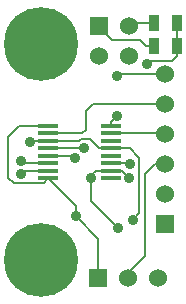
<source format=gtl>
G04 (created by PCBNEW (2013-04-19 BZR 4011)-stable) date 27/09/2013 13:49:53*
%MOIN*%
G04 Gerber Fmt 3.4, Leading zero omitted, Abs format*
%FSLAX34Y34*%
G01*
G70*
G90*
G04 APERTURE LIST*
%ADD10C,2.3622e-006*%
%ADD11R,0.035X0.055*%
%ADD12C,0.2461*%
%ADD13R,0.06X0.06*%
%ADD14C,0.06*%
%ADD15R,0.065X0.016*%
%ADD16C,0.035*%
%ADD17C,0.008*%
G04 APERTURE END LIST*
G54D10*
G54D11*
X64415Y-36570D03*
X63665Y-36570D03*
X64405Y-35790D03*
X63655Y-35790D03*
G54D12*
X59900Y-36500D03*
X59900Y-43700D03*
G54D13*
X61800Y-44300D03*
G54D14*
X62800Y-44300D03*
X63800Y-44300D03*
G54D13*
X64010Y-42500D03*
G54D14*
X64010Y-41500D03*
X64010Y-40500D03*
X64010Y-39500D03*
X64010Y-38500D03*
X64010Y-37500D03*
G54D15*
X60130Y-39985D03*
X60130Y-40235D03*
X60130Y-40485D03*
X60130Y-40735D03*
X62230Y-39235D03*
X60130Y-39235D03*
X60130Y-39485D03*
X60130Y-39735D03*
X62230Y-40985D03*
X62230Y-40735D03*
X62230Y-40485D03*
X62230Y-40235D03*
X62230Y-39985D03*
X62230Y-39735D03*
X60130Y-40985D03*
X62230Y-39485D03*
G54D13*
X61810Y-35900D03*
G54D14*
X61810Y-36900D03*
X62810Y-35900D03*
X62810Y-36900D03*
G54D16*
X61050Y-42250D03*
X63430Y-37170D03*
X62820Y-40970D03*
X61570Y-40970D03*
X62450Y-42640D03*
X61325Y-39985D03*
X59230Y-40840D03*
X59220Y-40400D03*
X62430Y-38900D03*
X62420Y-37560D03*
X62860Y-40510D03*
X61020Y-40290D03*
X62950Y-42360D03*
X59510Y-39760D03*
G54D17*
X60130Y-39235D02*
X59155Y-39235D01*
X59975Y-41140D02*
X60130Y-40985D01*
X58980Y-41140D02*
X59975Y-41140D01*
X58800Y-40960D02*
X58980Y-41140D01*
X58800Y-39590D02*
X58800Y-40960D01*
X59155Y-39235D02*
X58800Y-39590D01*
X61050Y-42250D02*
X61050Y-41905D01*
X61050Y-41905D02*
X60130Y-40985D01*
X61800Y-44300D02*
X61800Y-43000D01*
X61800Y-43000D02*
X61050Y-42250D01*
X62230Y-40735D02*
X62585Y-40735D01*
X64415Y-36895D02*
X64415Y-36570D01*
X64240Y-37070D02*
X64415Y-36895D01*
X63530Y-37070D02*
X64240Y-37070D01*
X63430Y-37170D02*
X63530Y-37070D01*
X62585Y-40735D02*
X62820Y-40970D01*
X64415Y-36570D02*
X64415Y-35800D01*
X64415Y-35800D02*
X64405Y-35790D01*
X61570Y-40970D02*
X61560Y-40970D01*
X61705Y-40735D02*
X62230Y-40735D01*
X61560Y-40880D02*
X61705Y-40735D01*
X61560Y-41750D02*
X61560Y-40970D01*
X61560Y-40970D02*
X61560Y-40880D01*
X62450Y-42640D02*
X61560Y-41750D01*
X60130Y-39985D02*
X61325Y-39985D01*
X60130Y-40735D02*
X59335Y-40735D01*
X59335Y-40735D02*
X59230Y-40840D01*
X60130Y-40485D02*
X59305Y-40485D01*
X59305Y-40485D02*
X59220Y-40400D01*
X63665Y-36570D02*
X63380Y-36570D01*
X63380Y-36570D02*
X63180Y-36370D01*
X63180Y-36370D02*
X62270Y-36370D01*
X62270Y-36370D02*
X61800Y-35900D01*
X63655Y-35790D02*
X62910Y-35790D01*
X62910Y-35790D02*
X62800Y-35900D01*
X62975Y-35725D02*
X62800Y-35900D01*
X62230Y-39235D02*
X62230Y-39100D01*
X62230Y-39100D02*
X62430Y-38900D01*
X62480Y-37500D02*
X64000Y-37500D01*
X62420Y-37560D02*
X62480Y-37500D01*
X61610Y-38500D02*
X61800Y-38500D01*
X61380Y-38730D02*
X61610Y-38500D01*
X61380Y-39360D02*
X61380Y-38730D01*
X61800Y-38500D02*
X64000Y-38500D01*
X61255Y-39485D02*
X61380Y-39360D01*
X60130Y-39485D02*
X61255Y-39485D01*
X62230Y-40485D02*
X62835Y-40485D01*
X62835Y-40485D02*
X62860Y-40510D01*
X62230Y-39485D02*
X63985Y-39485D01*
X63985Y-39485D02*
X64000Y-39500D01*
X60965Y-40235D02*
X61020Y-40290D01*
X60965Y-40235D02*
X61020Y-40290D01*
X60130Y-40235D02*
X60965Y-40235D01*
X63700Y-40500D02*
X64000Y-40500D01*
X63360Y-40840D02*
X63700Y-40500D01*
X63360Y-43570D02*
X63360Y-40840D01*
X62800Y-44300D02*
X62800Y-44130D01*
X62800Y-44130D02*
X63360Y-43570D01*
X63160Y-40300D02*
X63160Y-42150D01*
X63160Y-42150D02*
X62950Y-42360D01*
X63160Y-40290D02*
X63160Y-40300D01*
X62855Y-39985D02*
X63160Y-40290D01*
X62230Y-39985D02*
X62855Y-39985D01*
X60130Y-39735D02*
X61165Y-39735D01*
X61825Y-39985D02*
X62230Y-39985D01*
X61520Y-39680D02*
X61825Y-39985D01*
X61220Y-39680D02*
X61520Y-39680D01*
X61165Y-39735D02*
X61220Y-39680D01*
X59535Y-39735D02*
X59510Y-39760D01*
X59535Y-39735D02*
X60130Y-39735D01*
M02*

</source>
